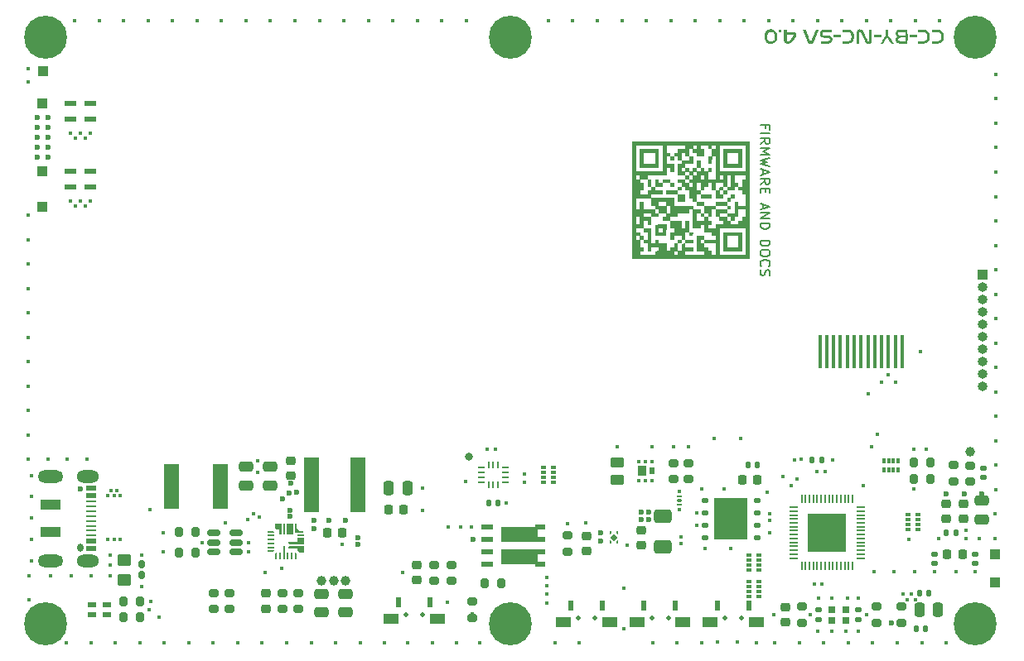
<source format=gbr>
%TF.GenerationSoftware,KiCad,Pcbnew,(5.99.0-11593-g5155093ec0)*%
%TF.CreationDate,2021-08-09T14:05:58+02:00*%
%TF.ProjectId,flatlight_rev21_eside,666c6174-6c69-4676-9874-5f7265763231,rev?*%
%TF.SameCoordinates,Original*%
%TF.FileFunction,Soldermask,Top*%
%TF.FilePolarity,Negative*%
%FSLAX46Y46*%
G04 Gerber Fmt 4.6, Leading zero omitted, Abs format (unit mm)*
G04 Created by KiCad (PCBNEW (5.99.0-11593-g5155093ec0)) date 2021-08-09 14:05:58*
%MOMM*%
%LPD*%
G01*
G04 APERTURE LIST*
G04 Aperture macros list*
%AMRoundRect*
0 Rectangle with rounded corners*
0 $1 Rounding radius*
0 $2 $3 $4 $5 $6 $7 $8 $9 X,Y pos of 4 corners*
0 Add a 4 corners polygon primitive as box body*
4,1,4,$2,$3,$4,$5,$6,$7,$8,$9,$2,$3,0*
0 Add four circle primitives for the rounded corners*
1,1,$1+$1,$2,$3*
1,1,$1+$1,$4,$5*
1,1,$1+$1,$6,$7*
1,1,$1+$1,$8,$9*
0 Add four rect primitives between the rounded corners*
20,1,$1+$1,$2,$3,$4,$5,0*
20,1,$1+$1,$4,$5,$6,$7,0*
20,1,$1+$1,$6,$7,$8,$9,0*
20,1,$1+$1,$8,$9,$2,$3,0*%
%AMRotRect*
0 Rectangle, with rotation*
0 The origin of the aperture is its center*
0 $1 length*
0 $2 width*
0 $3 Rotation angle, in degrees counterclockwise*
0 Add horizontal line*
21,1,$1,$2,0,0,$3*%
%AMFreePoly0*
4,1,6,0.100000,-0.050000,-0.100000,-0.050000,-0.100000,0.475000,0.000000,0.575000,0.100000,0.575000,0.100000,-0.050000,0.100000,-0.050000,$1*%
%AMFreePoly1*
4,1,7,0.100000,0.575000,0.100000,-0.050000,-0.100000,-0.050000,-0.100000,0.575000,-0.050000,0.625000,0.050000,0.625000,0.100000,0.575000,0.100000,0.575000,$1*%
%AMFreePoly2*
4,1,6,0.100000,0.475000,0.100000,-0.050000,-0.100000,-0.050000,-0.100000,0.575000,0.000000,0.575000,0.100000,0.475000,0.100000,0.475000,$1*%
%AMFreePoly3*
4,1,7,0.100000,1.200000,0.100000,-0.075000,-0.100000,-0.075000,-0.100000,1.200000,-0.050000,1.250000,0.050000,1.250000,0.100000,1.200000,0.100000,1.200000,$1*%
%AMFreePoly4*
4,1,10,0.050000,-0.300000,-0.450000,-0.300000,-0.600000,-0.150000,-0.600000,0.050000,-1.475000,0.050000,-1.525000,0.100000,-1.525000,0.250000,-1.475000,0.300000,0.050000,0.300000,0.050000,-0.300000,0.050000,-0.300000,$1*%
%AMFreePoly5*
4,1,9,0.050000,-0.300000,-1.475000,-0.300000,-1.525000,-0.250000,-1.525000,-0.100000,-1.475000,-0.050000,-0.600000,-0.050000,-0.600000,0.300000,0.050000,0.300000,0.050000,-0.300000,0.050000,-0.300000,$1*%
%AMFreePoly6*
4,1,7,0.050000,-0.100000,-0.575000,-0.100000,-0.625000,-0.050000,-0.625000,0.050000,-0.575000,0.100000,0.050000,0.100000,0.050000,-0.100000,0.050000,-0.100000,$1*%
%AMFreePoly7*
4,1,9,0.100000,-0.400000,0.350000,-0.650000,0.800000,-0.650000,0.800000,-0.850000,-0.050000,-0.850000,-0.100000,-0.800000,-0.100000,0.050000,0.100000,0.050000,0.100000,-0.400000,0.100000,-0.400000,$1*%
%AMFreePoly8*
4,1,7,0.300000,-1.000000,0.250000,-1.050000,-0.250000,-1.050000,-0.300000,-1.000000,-0.300000,0.050000,0.300000,0.050000,0.300000,-1.000000,0.300000,-1.000000,$1*%
%AMFreePoly9*
4,1,7,0.100000,-1.000000,0.050000,-1.050000,-0.050000,-1.050000,-0.100000,-1.000000,-0.100000,0.050000,0.100000,0.050000,0.100000,-1.000000,0.100000,-1.000000,$1*%
%AMFreePoly10*
4,1,10,0.300000,-1.000000,0.250000,-1.050000,0.100000,-1.050000,0.050000,-1.000000,0.050000,-0.550000,-0.200000,-0.550000,-0.300000,-0.450000,-0.300000,0.050000,0.300000,0.050000,0.300000,-1.000000,0.300000,-1.000000,$1*%
%AMFreePoly11*
4,1,5,0.110000,-0.125000,-0.110000,-0.125000,-0.110000,0.125000,0.360000,0.125000,0.110000,-0.125000,0.110000,-0.125000,$1*%
%AMFreePoly12*
4,1,6,0.290000,-0.055000,0.290000,-0.125000,-0.110000,-0.125000,-0.110000,0.125000,0.110000,0.125000,0.290000,-0.055000,0.290000,-0.055000,$1*%
%AMFreePoly13*
4,1,6,0.110000,-0.125000,-0.290000,-0.125000,-0.290000,-0.055000,-0.110000,0.125000,0.110000,0.125000,0.110000,-0.125000,0.110000,-0.125000,$1*%
%AMFreePoly14*
4,1,6,0.110000,-0.125000,-0.110000,-0.125000,-0.290000,0.055000,-0.290000,0.125000,0.110000,0.125000,0.110000,-0.125000,0.110000,-0.125000,$1*%
G04 Aperture macros list end*
%ADD10C,0.150000*%
%ADD11RoundRect,0.200000X-0.200000X-0.275000X0.200000X-0.275000X0.200000X0.275000X-0.200000X0.275000X0*%
%ADD12RoundRect,0.140000X-0.140000X-0.170000X0.140000X-0.170000X0.140000X0.170000X-0.140000X0.170000X0*%
%ADD13C,0.700000*%
%ADD14C,4.400000*%
%ADD15RoundRect,0.225000X-0.250000X0.225000X-0.250000X-0.225000X0.250000X-0.225000X0.250000X0.225000X0*%
%ADD16R,0.500000X0.300000*%
%ADD17RoundRect,0.140000X-0.170000X0.140000X-0.170000X-0.140000X0.170000X-0.140000X0.170000X0.140000X0*%
%ADD18RoundRect,0.200000X-0.275000X0.200000X-0.275000X-0.200000X0.275000X-0.200000X0.275000X0.200000X0*%
%ADD19FreePoly0,270.000000*%
%ADD20FreePoly1,270.000000*%
%ADD21FreePoly2,270.000000*%
%ADD22FreePoly0,0.000000*%
%ADD23FreePoly1,0.000000*%
%ADD24FreePoly3,0.000000*%
%ADD25FreePoly2,0.000000*%
%ADD26FreePoly4,0.000000*%
%ADD27R,0.100000X0.100000*%
%ADD28FreePoly5,0.000000*%
%ADD29FreePoly6,0.000000*%
%ADD30FreePoly7,0.000000*%
%ADD31FreePoly8,0.000000*%
%ADD32FreePoly9,0.000000*%
%ADD33FreePoly10,0.000000*%
%ADD34R,1.000000X1.000000*%
%ADD35O,1.000000X1.000000*%
%ADD36RoundRect,0.225000X0.250000X-0.225000X0.250000X0.225000X-0.250000X0.225000X-0.250000X-0.225000X0*%
%ADD37C,0.600000*%
%ADD38O,0.600000X0.850000*%
%ADD39R,2.000000X1.000000*%
%ADD40R,1.000000X0.520000*%
%ADD41R,1.000000X0.270000*%
%ADD42O,2.300000X1.300000*%
%ADD43O,2.600000X1.300000*%
%ADD44RoundRect,0.250000X0.450000X-0.350000X0.450000X0.350000X-0.450000X0.350000X-0.450000X-0.350000X0*%
%ADD45C,0.500000*%
%ADD46R,0.600000X1.000000*%
%ADD47R,1.550000X1.000000*%
%ADD48RoundRect,0.250000X0.250000X0.475000X-0.250000X0.475000X-0.250000X-0.475000X0.250000X-0.475000X0*%
%ADD49RoundRect,0.250000X0.650000X-0.412500X0.650000X0.412500X-0.650000X0.412500X-0.650000X-0.412500X0*%
%ADD50RoundRect,0.140000X0.140000X0.170000X-0.140000X0.170000X-0.140000X-0.170000X0.140000X-0.170000X0*%
%ADD51RoundRect,0.200000X0.275000X-0.200000X0.275000X0.200000X-0.275000X0.200000X-0.275000X-0.200000X0*%
%ADD52RoundRect,0.250000X0.475000X-0.250000X0.475000X0.250000X-0.475000X0.250000X-0.475000X-0.250000X0*%
%ADD53RoundRect,0.200000X0.200000X0.275000X-0.200000X0.275000X-0.200000X-0.275000X0.200000X-0.275000X0*%
%ADD54RoundRect,0.140000X0.170000X-0.140000X0.170000X0.140000X-0.170000X0.140000X-0.170000X-0.140000X0*%
%ADD55RoundRect,0.250000X-0.450000X0.262500X-0.450000X-0.262500X0.450000X-0.262500X0.450000X0.262500X0*%
%ADD56R,1.200000X0.600000*%
%ADD57R,0.300000X0.500000*%
%ADD58RoundRect,0.218750X-0.256250X0.218750X-0.256250X-0.218750X0.256250X-0.218750X0.256250X0.218750X0*%
%ADD59RoundRect,0.050000X-0.200000X0.050000X-0.200000X-0.050000X0.200000X-0.050000X0.200000X0.050000X0*%
%ADD60RoundRect,0.075000X0.175000X-0.075000X0.175000X0.075000X-0.175000X0.075000X-0.175000X-0.075000X0*%
%ADD61RoundRect,0.050000X-0.200000X-0.050000X0.200000X-0.050000X0.200000X0.050000X-0.200000X0.050000X0*%
%ADD62R,1.600000X5.700000*%
%ADD63RoundRect,0.225000X-0.225000X-0.250000X0.225000X-0.250000X0.225000X0.250000X-0.225000X0.250000X0*%
%ADD64R,1.500000X4.600000*%
%ADD65FreePoly11,270.000000*%
%ADD66FreePoly12,270.000000*%
%ADD67FreePoly13,270.000000*%
%ADD68FreePoly14,270.000000*%
%ADD69RotRect,0.480000X0.480000X315.000000*%
%ADD70R,0.350000X3.500000*%
%ADD71R,0.400000X0.425000*%
%ADD72R,0.950000X1.100000*%
%ADD73R,0.480000X0.800000*%
%ADD74R,0.675000X0.250000*%
%ADD75R,0.250000X0.675000*%
%ADD76RoundRect,0.125000X-0.250000X-0.125000X0.250000X-0.125000X0.250000X0.125000X-0.250000X0.125000X0*%
%ADD77R,3.400000X4.300000*%
%ADD78RoundRect,0.150000X-0.512500X-0.150000X0.512500X-0.150000X0.512500X0.150000X-0.512500X0.150000X0*%
%ADD79RoundRect,0.218750X0.218750X0.256250X-0.218750X0.256250X-0.218750X-0.256250X0.218750X-0.256250X0*%
%ADD80R,1.270000X0.610000*%
%ADD81R,3.810000X1.650000*%
%ADD82R,1.020000X0.610000*%
%ADD83RoundRect,0.225000X0.225000X0.250000X-0.225000X0.250000X-0.225000X-0.250000X0.225000X-0.250000X0*%
%ADD84R,0.850000X0.500000*%
%ADD85RoundRect,0.050000X0.387500X0.050000X-0.387500X0.050000X-0.387500X-0.050000X0.387500X-0.050000X0*%
%ADD86RoundRect,0.050000X0.050000X0.387500X-0.050000X0.387500X-0.050000X-0.387500X0.050000X-0.387500X0*%
%ADD87R,4.000000X4.000000*%
%ADD88R,0.800000X0.700000*%
%ADD89RoundRect,0.160000X0.160000X-0.222500X0.160000X0.222500X-0.160000X0.222500X-0.160000X-0.222500X0*%
%ADD90C,1.000000*%
%ADD91C,0.450000*%
%ADD92C,0.800000*%
G04 APERTURE END LIST*
D10*
X116221428Y-38616666D02*
X116221428Y-38283333D01*
X115697619Y-38283333D02*
X116697619Y-38283333D01*
X116697619Y-38759523D01*
X115697619Y-39140476D02*
X116697619Y-39140476D01*
X115697619Y-40188095D02*
X116173809Y-39854761D01*
X115697619Y-39616666D02*
X116697619Y-39616666D01*
X116697619Y-39997619D01*
X116650000Y-40092857D01*
X116602380Y-40140476D01*
X116507142Y-40188095D01*
X116364285Y-40188095D01*
X116269047Y-40140476D01*
X116221428Y-40092857D01*
X116173809Y-39997619D01*
X116173809Y-39616666D01*
X115697619Y-40616666D02*
X116697619Y-40616666D01*
X115983333Y-40950000D01*
X116697619Y-41283333D01*
X115697619Y-41283333D01*
X116697619Y-41664285D02*
X115697619Y-41902380D01*
X116411904Y-42092857D01*
X115697619Y-42283333D01*
X116697619Y-42521428D01*
X115983333Y-42854761D02*
X115983333Y-43330952D01*
X115697619Y-42759523D02*
X116697619Y-43092857D01*
X115697619Y-43426190D01*
X115697619Y-44330952D02*
X116173809Y-43997619D01*
X115697619Y-43759523D02*
X116697619Y-43759523D01*
X116697619Y-44140476D01*
X116650000Y-44235714D01*
X116602380Y-44283333D01*
X116507142Y-44330952D01*
X116364285Y-44330952D01*
X116269047Y-44283333D01*
X116221428Y-44235714D01*
X116173809Y-44140476D01*
X116173809Y-43759523D01*
X116221428Y-44759523D02*
X116221428Y-45092857D01*
X115697619Y-45235714D02*
X115697619Y-44759523D01*
X116697619Y-44759523D01*
X116697619Y-45235714D01*
X115983333Y-46378571D02*
X115983333Y-46854761D01*
X115697619Y-46283333D02*
X116697619Y-46616666D01*
X115697619Y-46950000D01*
X115697619Y-47283333D02*
X116697619Y-47283333D01*
X115697619Y-47854761D01*
X116697619Y-47854761D01*
X115697619Y-48330952D02*
X116697619Y-48330952D01*
X116697619Y-48569047D01*
X116650000Y-48711904D01*
X116554761Y-48807142D01*
X116459523Y-48854761D01*
X116269047Y-48902380D01*
X116126190Y-48902380D01*
X115935714Y-48854761D01*
X115840476Y-48807142D01*
X115745238Y-48711904D01*
X115697619Y-48569047D01*
X115697619Y-48330952D01*
X115697619Y-50092857D02*
X116697619Y-50092857D01*
X116697619Y-50330952D01*
X116650000Y-50473809D01*
X116554761Y-50569047D01*
X116459523Y-50616666D01*
X116269047Y-50664285D01*
X116126190Y-50664285D01*
X115935714Y-50616666D01*
X115840476Y-50569047D01*
X115745238Y-50473809D01*
X115697619Y-50330952D01*
X115697619Y-50092857D01*
X116697619Y-51283333D02*
X116697619Y-51473809D01*
X116650000Y-51569047D01*
X116554761Y-51664285D01*
X116364285Y-51711904D01*
X116030952Y-51711904D01*
X115840476Y-51664285D01*
X115745238Y-51569047D01*
X115697619Y-51473809D01*
X115697619Y-51283333D01*
X115745238Y-51188095D01*
X115840476Y-51092857D01*
X116030952Y-51045238D01*
X116364285Y-51045238D01*
X116554761Y-51092857D01*
X116650000Y-51188095D01*
X116697619Y-51283333D01*
X115792857Y-52711904D02*
X115745238Y-52664285D01*
X115697619Y-52521428D01*
X115697619Y-52426190D01*
X115745238Y-52283333D01*
X115840476Y-52188095D01*
X115935714Y-52140476D01*
X116126190Y-52092857D01*
X116269047Y-52092857D01*
X116459523Y-52140476D01*
X116554761Y-52188095D01*
X116650000Y-52283333D01*
X116697619Y-52426190D01*
X116697619Y-52521428D01*
X116650000Y-52664285D01*
X116602380Y-52711904D01*
X115745238Y-53092857D02*
X115697619Y-53235714D01*
X115697619Y-53473809D01*
X115745238Y-53569047D01*
X115792857Y-53616666D01*
X115888095Y-53664285D01*
X115983333Y-53664285D01*
X116078571Y-53616666D01*
X116126190Y-53569047D01*
X116173809Y-53473809D01*
X116221428Y-53283333D01*
X116269047Y-53188095D01*
X116316666Y-53140476D01*
X116411904Y-53092857D01*
X116507142Y-53092857D01*
X116602380Y-53140476D01*
X116650000Y-53188095D01*
X116697619Y-53283333D01*
X116697619Y-53521428D01*
X116650000Y-53664285D01*
%TO.C,logo1*%
G36*
X114645162Y-51966347D02*
G01*
X102633653Y-51966347D01*
X102633653Y-50038574D01*
X103417473Y-50038574D01*
X103417473Y-50801209D01*
X103798791Y-50801209D01*
X103798791Y-51203712D01*
X103417473Y-51203712D01*
X103417473Y-51563845D01*
X104941094Y-51563845D01*
X104952986Y-51203712D01*
X106891701Y-51203712D01*
X106891701Y-51563845D01*
X107273019Y-51563845D01*
X107273019Y-51203712D01*
X106891701Y-51203712D01*
X104952986Y-51203712D01*
X104953336Y-51193119D01*
X105345246Y-51180937D01*
X105345246Y-50801209D01*
X104584200Y-50801209D01*
X104572018Y-51193119D01*
X104180108Y-51205301D01*
X104180108Y-50419892D01*
X103798791Y-50419892D01*
X103798791Y-50038574D01*
X103417473Y-50038574D01*
X102633653Y-50038574D01*
X102633653Y-49657256D01*
X103036155Y-49657256D01*
X103036155Y-50017390D01*
X103396288Y-50017390D01*
X103396288Y-49657256D01*
X103036155Y-49657256D01*
X102633653Y-49657256D01*
X102633653Y-48873436D01*
X103036155Y-48873436D01*
X103036155Y-49254754D01*
X103417473Y-49254754D01*
X103417473Y-49636072D01*
X103798791Y-49636072D01*
X103798791Y-50017390D01*
X104180108Y-50017390D01*
X104180108Y-49254754D01*
X103798791Y-49254754D01*
X103798791Y-48873436D01*
X103036155Y-48873436D01*
X102633653Y-48873436D01*
X102633653Y-47708299D01*
X103036155Y-47708299D01*
X103036155Y-48470934D01*
X103396288Y-48470934D01*
X103396288Y-48089616D01*
X103798791Y-48089616D01*
X103798791Y-48851296D01*
X104185404Y-48857070D01*
X104572018Y-48862844D01*
X104583132Y-50419892D01*
X104941154Y-50419892D01*
X104953336Y-50027982D01*
X105345246Y-50015800D01*
X105345246Y-50419892D01*
X106129066Y-50419892D01*
X106129066Y-51182527D01*
X106510384Y-51182527D01*
X106510384Y-50801209D01*
X106891701Y-50801209D01*
X106891701Y-50419892D01*
X107273019Y-50419892D01*
X107294203Y-50419892D01*
X107294203Y-51182527D01*
X107653359Y-51182527D01*
X107659144Y-50806506D01*
X107664929Y-50430484D01*
X108056839Y-50418302D01*
X108056839Y-50038574D01*
X107675521Y-50038574D01*
X107675521Y-50419892D01*
X107294203Y-50419892D01*
X107273019Y-50419892D01*
X107273019Y-50017390D01*
X107654337Y-50017390D01*
X107654337Y-49657256D01*
X106891701Y-49657256D01*
X106891701Y-50038574D01*
X106510384Y-50038574D01*
X106510384Y-49254754D01*
X106891701Y-49254754D01*
X106891701Y-48873436D01*
X106510384Y-48873436D01*
X106510384Y-48089616D01*
X105726564Y-48089616D01*
X105726564Y-47708299D01*
X106107881Y-47708299D01*
X106510384Y-47708299D01*
X106510384Y-48089616D01*
X107675521Y-48089616D01*
X107675521Y-48852252D01*
X108056839Y-48852252D01*
X108056839Y-48089616D01*
X108459341Y-48089616D01*
X108459341Y-49254754D01*
X108842249Y-49254754D01*
X108830067Y-49646664D01*
X108448749Y-49646664D01*
X108436567Y-49254754D01*
X108056839Y-49254754D01*
X108056839Y-50017390D01*
X108840659Y-50017390D01*
X108840659Y-50419892D01*
X108056839Y-50419892D01*
X108056839Y-50801209D01*
X108840659Y-50801209D01*
X108840659Y-51203712D01*
X108056839Y-51203712D01*
X108056839Y-51563845D01*
X109984612Y-51563845D01*
X109984612Y-51203712D01*
X109221977Y-51203712D01*
X109221977Y-50038574D01*
X109624479Y-50038574D01*
X109624479Y-50419892D01*
X109984612Y-50419892D01*
X110005796Y-50419892D01*
X110005796Y-50801209D01*
X110387114Y-50801209D01*
X110387114Y-51182527D01*
X110768432Y-51182527D01*
X110768432Y-51563845D01*
X111149750Y-51563845D01*
X111149750Y-50419892D01*
X110005796Y-50419892D01*
X109984612Y-50419892D01*
X109984612Y-50038574D01*
X109624479Y-50038574D01*
X109221977Y-50038574D01*
X109221977Y-49636072D01*
X110005796Y-49636072D01*
X110005796Y-50017390D01*
X111149750Y-50017390D01*
X111149750Y-49657256D01*
X110768432Y-49657256D01*
X110768432Y-49254754D01*
X109984612Y-49254754D01*
X109984612Y-48873436D01*
X111552252Y-48873436D01*
X111552252Y-51563845D01*
X114242660Y-51563845D01*
X114242660Y-48873436D01*
X111552252Y-48873436D01*
X109984612Y-48873436D01*
X109984612Y-48492119D01*
X109626128Y-48492119D01*
X109620007Y-48677481D01*
X109613886Y-48862844D01*
X109216680Y-48868608D01*
X108819474Y-48874371D01*
X108819474Y-47326981D01*
X109221977Y-47326981D01*
X109221977Y-48089616D01*
X109984612Y-48089616D01*
X109984612Y-47708299D01*
X109603294Y-47708299D01*
X109603294Y-47326981D01*
X110005796Y-47326981D01*
X110005796Y-47709948D01*
X110055733Y-47708299D01*
X110387114Y-47708299D01*
X110387114Y-48089616D01*
X110768432Y-48089616D01*
X110768432Y-48492119D01*
X110387114Y-48492119D01*
X110387114Y-48852252D01*
X111149750Y-48852252D01*
X111149750Y-48470934D01*
X111933570Y-48470934D01*
X111933570Y-48089616D01*
X111531067Y-48089616D01*
X111531067Y-47708299D01*
X111149750Y-47708299D01*
X111149750Y-47326981D01*
X111552252Y-47326981D01*
X111552252Y-47708299D01*
X112314887Y-47708299D01*
X112336072Y-47708299D01*
X112336072Y-48089616D01*
X112696205Y-48089616D01*
X112717389Y-48089616D01*
X112717389Y-48470934D01*
X113480025Y-48470934D01*
X113480025Y-48089616D01*
X113861343Y-48089616D01*
X113861343Y-47708299D01*
X114242660Y-47708299D01*
X114242660Y-46945663D01*
X113480025Y-46945663D01*
X113480025Y-47708299D01*
X113098707Y-47708299D01*
X113098707Y-48089616D01*
X112717389Y-48089616D01*
X112696205Y-48089616D01*
X112696205Y-47708299D01*
X112336072Y-47708299D01*
X112314887Y-47708299D01*
X112314887Y-47326981D01*
X111552252Y-47326981D01*
X111149750Y-47326981D01*
X111149750Y-46945663D01*
X110768432Y-46945663D01*
X110768432Y-47708299D01*
X110387114Y-47708299D01*
X110055733Y-47708299D01*
X110191159Y-47703827D01*
X110376522Y-47697707D01*
X110388764Y-47326981D01*
X110005796Y-47326981D01*
X109603294Y-47326981D01*
X109221977Y-47326981D01*
X108819474Y-47326981D01*
X108819474Y-46945663D01*
X108460991Y-46945663D01*
X108448749Y-47316389D01*
X107871476Y-47322025D01*
X107294203Y-47327662D01*
X107294203Y-47708299D01*
X106510384Y-47708299D01*
X106107881Y-47708299D01*
X106107881Y-47326981D01*
X105345246Y-47326981D01*
X105345246Y-47708299D01*
X104583566Y-47708299D01*
X104577792Y-48094913D01*
X104572018Y-48481526D01*
X104180108Y-48493708D01*
X104180108Y-48089616D01*
X103798791Y-48089616D01*
X103396288Y-48089616D01*
X103396288Y-47708299D01*
X103036155Y-47708299D01*
X102633653Y-47708299D01*
X102633653Y-47326981D01*
X103798791Y-47326981D01*
X103798791Y-47708299D01*
X104561426Y-47708299D01*
X104561426Y-47326981D01*
X103798791Y-47326981D01*
X102633653Y-47326981D01*
X102633653Y-46935071D01*
X104963831Y-46935071D01*
X104963879Y-47120434D01*
X104963928Y-47305797D01*
X105345246Y-47305797D01*
X105345246Y-46948670D01*
X105154538Y-46941871D01*
X104963831Y-46935071D01*
X102633653Y-46935071D01*
X102633653Y-45780526D01*
X103036155Y-45780526D01*
X103036155Y-46924479D01*
X103395333Y-46924479D01*
X103396288Y-46860534D01*
X103406881Y-46151251D01*
X103798791Y-46139069D01*
X103798791Y-46924479D01*
X104942744Y-46924479D01*
X104942744Y-46543161D01*
X104561426Y-46543161D01*
X104561426Y-46161843D01*
X105345246Y-46161843D01*
X105345246Y-46543161D01*
X106107881Y-46543161D01*
X106129066Y-46543161D01*
X106129066Y-47305797D01*
X106510384Y-47305797D01*
X106510384Y-46543161D01*
X106129066Y-46543161D01*
X106107881Y-46543161D01*
X106107881Y-46161843D01*
X105345246Y-46161843D01*
X104561426Y-46161843D01*
X104561426Y-45780526D01*
X103036155Y-45780526D01*
X102633653Y-45780526D01*
X102633653Y-43450250D01*
X103036155Y-43450250D01*
X103036155Y-43831568D01*
X103396288Y-43831568D01*
X103417473Y-43831568D01*
X103417473Y-44212886D01*
X103798791Y-44212886D01*
X103798791Y-44996706D01*
X103417473Y-44996706D01*
X103417473Y-45378023D01*
X104178518Y-45378023D01*
X104184609Y-45182069D01*
X104190700Y-44986114D01*
X104561426Y-44973872D01*
X104561426Y-44615388D01*
X104180108Y-44615388D01*
X104180108Y-43831568D01*
X103417473Y-43831568D01*
X103396288Y-43831568D01*
X103396288Y-43450250D01*
X104178459Y-43450250D01*
X104180108Y-43500187D01*
X104184580Y-43635613D01*
X104190700Y-43820976D01*
X104582610Y-43833158D01*
X104582610Y-44594204D01*
X104942744Y-44594204D01*
X104942744Y-43831568D01*
X105345246Y-43831568D01*
X105345246Y-44212886D01*
X105726564Y-44212886D01*
X105726564Y-43831568D01*
X106510384Y-43831568D01*
X106510384Y-44212886D01*
X106891701Y-44212886D01*
X106891701Y-44615388D01*
X106511973Y-44615388D01*
X106499791Y-44223478D01*
X106124571Y-44217696D01*
X105749351Y-44211915D01*
X105743253Y-44408355D01*
X105737156Y-44604796D01*
X104963928Y-44616344D01*
X104963915Y-44801229D01*
X104963901Y-44986114D01*
X105737156Y-44986114D01*
X105743247Y-45182069D01*
X105749338Y-45378023D01*
X104582610Y-45378023D01*
X104582610Y-45759341D01*
X106890746Y-45759341D01*
X106896519Y-46145955D01*
X106902293Y-46532569D01*
X108819474Y-46543469D01*
X108840659Y-46543589D01*
X108840659Y-46923523D01*
X109227273Y-46929297D01*
X109603294Y-46934913D01*
X109613886Y-46935071D01*
X109626128Y-47305797D01*
X109984612Y-47305797D01*
X109984612Y-46543161D01*
X109221977Y-46543161D01*
X109221977Y-46161843D01*
X108819474Y-46161843D01*
X108819474Y-45780526D01*
X108438157Y-45780526D01*
X108438157Y-44996706D01*
X108056839Y-44996706D01*
X108056839Y-44615388D01*
X107675521Y-44615388D01*
X107675521Y-44996706D01*
X107294203Y-44996706D01*
X107294203Y-45378023D01*
X108056839Y-45378023D01*
X108056839Y-46161843D01*
X107273019Y-46161843D01*
X107273019Y-45378023D01*
X106106292Y-45378023D01*
X106112383Y-45182069D01*
X106118474Y-44986114D01*
X106695746Y-44980477D01*
X107273019Y-44974840D01*
X107273019Y-44594204D01*
X107654337Y-44594204D01*
X107654337Y-44212886D01*
X107273019Y-44212886D01*
X107273019Y-43831568D01*
X108056839Y-43831568D01*
X108056839Y-44212886D01*
X108438157Y-44212886D01*
X108459341Y-44212886D01*
X108459341Y-44594204D01*
X108819474Y-44594204D01*
X108819474Y-44212886D01*
X109221977Y-44212886D01*
X109221977Y-44975521D01*
X109397806Y-44975521D01*
X109496009Y-44978719D01*
X109565636Y-44987727D01*
X109599057Y-45000943D01*
X109612793Y-45036797D01*
X109621557Y-45107867D01*
X109624479Y-45202194D01*
X109624479Y-45378023D01*
X110768432Y-45378023D01*
X110768432Y-45780526D01*
X109603294Y-45780526D01*
X109603294Y-45378023D01*
X109221977Y-45378023D01*
X109221977Y-46139703D01*
X109608590Y-46145477D01*
X109995204Y-46151251D01*
X110005796Y-46492009D01*
X110007386Y-46543161D01*
X111149750Y-46543161D01*
X111170934Y-46543161D01*
X111170934Y-46924479D01*
X112314887Y-46924479D01*
X112314887Y-46543161D01*
X111170934Y-46543161D01*
X111149750Y-46543161D01*
X111149750Y-46140659D01*
X112314887Y-46140659D01*
X112314887Y-45759341D01*
X112696205Y-45759341D01*
X112696205Y-45378023D01*
X113098707Y-45378023D01*
X113098707Y-45780526D01*
X112717389Y-45780526D01*
X112717389Y-46161843D01*
X112336072Y-46161843D01*
X112336072Y-46543161D01*
X112718979Y-46543161D01*
X112706797Y-46935071D01*
X112521434Y-46941192D01*
X112336072Y-46947313D01*
X112336072Y-47305797D01*
X113098707Y-47305797D01*
X113098707Y-46140659D01*
X113480025Y-46140659D01*
X113480025Y-46543161D01*
X114242660Y-46543161D01*
X114242660Y-45378023D01*
X113861343Y-45378023D01*
X113861343Y-44996706D01*
X113480025Y-44996706D01*
X113480025Y-44615388D01*
X113098707Y-44615388D01*
X113098707Y-44996706D01*
X112336072Y-44996706D01*
X112336072Y-45378023D01*
X111933570Y-45378023D01*
X111933570Y-45780526D01*
X111149750Y-45780526D01*
X111149750Y-44996706D01*
X111552252Y-44996706D01*
X111552252Y-45378023D01*
X111933570Y-45378023D01*
X111933570Y-44996706D01*
X111552252Y-44996706D01*
X111149750Y-44996706D01*
X110768432Y-44996706D01*
X110768432Y-44975521D01*
X111170934Y-44975521D01*
X111529418Y-44975521D01*
X111535539Y-44790159D01*
X111541310Y-44615388D01*
X111933570Y-44615388D01*
X111933570Y-44972515D01*
X112124277Y-44979314D01*
X112314985Y-44986114D01*
X112314887Y-44615388D01*
X111933570Y-44615388D01*
X111541310Y-44615388D01*
X111541660Y-44604796D01*
X111935196Y-44592592D01*
X111929086Y-44408035D01*
X111922977Y-44223478D01*
X111546956Y-44217693D01*
X111170934Y-44211908D01*
X111170934Y-44975521D01*
X110768432Y-44975521D01*
X110768432Y-44212886D01*
X110387114Y-44212886D01*
X110387114Y-44615388D01*
X110005796Y-44615388D01*
X110005796Y-44996706D01*
X109603294Y-44996706D01*
X109603294Y-44212886D01*
X109221977Y-44212886D01*
X108819474Y-44212886D01*
X108459341Y-44212886D01*
X108438157Y-44212886D01*
X108438157Y-43831568D01*
X108056839Y-43831568D01*
X108056839Y-43450250D01*
X108459341Y-43450250D01*
X108459341Y-43831568D01*
X108819474Y-43831568D01*
X108819474Y-43450250D01*
X109624479Y-43450250D01*
X109624479Y-43831568D01*
X109984612Y-43831568D01*
X109984612Y-43450250D01*
X109624479Y-43450250D01*
X108819474Y-43450250D01*
X108459341Y-43450250D01*
X108056839Y-43450250D01*
X107272349Y-43450250D01*
X107276002Y-43068933D01*
X108056839Y-43068933D01*
X108056839Y-43429066D01*
X108438157Y-43429066D01*
X108438157Y-43068933D01*
X108840659Y-43068933D01*
X108840659Y-43429066D01*
X109221977Y-43429066D01*
X109221977Y-43068933D01*
X108840659Y-43068933D01*
X108438157Y-43068933D01*
X108056839Y-43068933D01*
X107276002Y-43068933D01*
X107277980Y-42862385D01*
X107279857Y-42666430D01*
X107675521Y-42666430D01*
X107675521Y-43047748D01*
X108056839Y-43047748D01*
X108056839Y-42666430D01*
X108459341Y-42666430D01*
X108459341Y-43047748D01*
X108819474Y-43047748D01*
X108819474Y-42666430D01*
X109221977Y-42666430D01*
X109221977Y-43047748D01*
X109603294Y-43047748D01*
X109603294Y-42666430D01*
X109221977Y-42666430D01*
X109221977Y-41881021D01*
X109417931Y-41887112D01*
X109603294Y-41892874D01*
X109613886Y-41893203D01*
X109619660Y-42279817D01*
X109625434Y-42666430D01*
X110005796Y-42666430D01*
X110005796Y-43047748D01*
X110387114Y-43047748D01*
X110387114Y-42666430D01*
X110768432Y-42666430D01*
X110768432Y-43068933D01*
X110387114Y-43068933D01*
X110387114Y-43831568D01*
X111149750Y-43831568D01*
X111149750Y-43450250D01*
X111552252Y-43450250D01*
X111552252Y-43831568D01*
X111933570Y-43831568D01*
X111933570Y-43450250D01*
X112336072Y-43450250D01*
X112336072Y-44594204D01*
X112696205Y-44594204D01*
X112696205Y-43450250D01*
X113098707Y-43450250D01*
X113098707Y-44212886D01*
X113480025Y-44212886D01*
X113480025Y-44594204D01*
X113861343Y-44594204D01*
X113861343Y-43831568D01*
X114242660Y-43831568D01*
X114242660Y-43450250D01*
X113098707Y-43450250D01*
X112696205Y-43450250D01*
X112336072Y-43450250D01*
X111933570Y-43450250D01*
X111552252Y-43450250D01*
X111149750Y-43450250D01*
X111149750Y-41499643D01*
X110779024Y-41511885D01*
X110767476Y-42285113D01*
X110387114Y-42285113D01*
X110387114Y-41501293D01*
X110768432Y-41501293D01*
X110768432Y-40738657D01*
X110387114Y-40738657D01*
X110387114Y-40357340D01*
X110768432Y-40357340D01*
X110768432Y-40717473D01*
X111149750Y-40717473D01*
X111149750Y-40357340D01*
X111552252Y-40357340D01*
X111552252Y-43047748D01*
X114242660Y-43047748D01*
X114242660Y-40357340D01*
X111552252Y-40357340D01*
X111149750Y-40357340D01*
X110768432Y-40357340D01*
X110387114Y-40357340D01*
X109624479Y-40357340D01*
X109624479Y-40717473D01*
X110005796Y-40717473D01*
X110005796Y-41501293D01*
X109221977Y-41501293D01*
X109221977Y-41119975D01*
X108819474Y-41119975D01*
X108819474Y-40738657D01*
X108459341Y-40738657D01*
X108459341Y-41501293D01*
X108840659Y-41501293D01*
X108840659Y-42285113D01*
X108056839Y-42285113D01*
X108056839Y-42666430D01*
X107675521Y-42666430D01*
X107279857Y-42666430D01*
X107283611Y-42274521D01*
X107654337Y-42262279D01*
X107654337Y-41903795D01*
X107273019Y-41903795D01*
X107273019Y-41499643D01*
X106902293Y-41511885D01*
X106890111Y-41903795D01*
X106511973Y-41903795D01*
X106499791Y-41511885D01*
X106314429Y-41505764D01*
X106129066Y-41499643D01*
X106129066Y-42263928D01*
X106891701Y-42263928D01*
X106891701Y-43068933D01*
X106510384Y-43068933D01*
X106510384Y-42666430D01*
X106129066Y-42666430D01*
X106129066Y-43450250D01*
X104178459Y-43450250D01*
X103396288Y-43450250D01*
X103036155Y-43450250D01*
X102633653Y-43450250D01*
X102633653Y-40357340D01*
X103036155Y-40357340D01*
X103036155Y-43047748D01*
X105726564Y-43047748D01*
X105726564Y-40357340D01*
X106129066Y-40357340D01*
X106129066Y-41119975D01*
X106510384Y-41119975D01*
X106510384Y-41501293D01*
X106891701Y-41501293D01*
X106891701Y-41119975D01*
X107273019Y-41119975D01*
X107675521Y-41119975D01*
X107675521Y-41882611D01*
X108438157Y-41882611D01*
X108438157Y-41501293D01*
X108056839Y-41501293D01*
X108056839Y-41119975D01*
X107675521Y-41119975D01*
X107273019Y-41119975D01*
X107273019Y-40717473D01*
X108056839Y-40717473D01*
X108056839Y-40357340D01*
X108840659Y-40357340D01*
X108840659Y-40717473D01*
X109221977Y-40717473D01*
X109221977Y-40357340D01*
X108840659Y-40357340D01*
X108056839Y-40357340D01*
X106129066Y-40357340D01*
X105726564Y-40357340D01*
X103036155Y-40357340D01*
X102633653Y-40357340D01*
X102633653Y-39954838D01*
X114645162Y-39954838D01*
X114645162Y-51966347D01*
G37*
G36*
X105345246Y-42666430D02*
G01*
X103396288Y-42666430D01*
X103396288Y-41706075D01*
X103396591Y-41508316D01*
X103397456Y-41323674D01*
X103398821Y-41156443D01*
X103399273Y-41119975D01*
X103798791Y-41119975D01*
X103798791Y-42263928D01*
X104942744Y-42263928D01*
X104942744Y-41119975D01*
X103798791Y-41119975D01*
X103399273Y-41119975D01*
X103400625Y-41010919D01*
X103402805Y-40891397D01*
X103405299Y-40802172D01*
X103408045Y-40747541D01*
X103410411Y-40731596D01*
X103433863Y-40728692D01*
X103495388Y-40725990D01*
X103590691Y-40723550D01*
X103715477Y-40721437D01*
X103865449Y-40719711D01*
X104036314Y-40718436D01*
X104223775Y-40717673D01*
X104384890Y-40717473D01*
X105345246Y-40717473D01*
X105345246Y-42666430D01*
G37*
G36*
X113877445Y-50223937D02*
G01*
X113871935Y-51193119D01*
X112902752Y-51198629D01*
X111933570Y-51204139D01*
X111933570Y-49657256D01*
X112336072Y-49657256D01*
X112336072Y-50801209D01*
X113480025Y-50801209D01*
X113480025Y-49657256D01*
X112336072Y-49657256D01*
X111933570Y-49657256D01*
X111933570Y-49254754D01*
X113882954Y-49254754D01*
X113877445Y-50223937D01*
G37*
G36*
X112902752Y-40722555D02*
G01*
X113480025Y-40725837D01*
X113871935Y-40728065D01*
X113877445Y-41697248D01*
X113882954Y-42666430D01*
X111933570Y-42666430D01*
X111933570Y-41119975D01*
X112336072Y-41119975D01*
X112336072Y-42263928D01*
X113480025Y-42263928D01*
X113480025Y-41119975D01*
X112336072Y-41119975D01*
X111933570Y-41119975D01*
X111933570Y-40717046D01*
X112902752Y-40722555D01*
G37*
G36*
X106118474Y-49646664D02*
G01*
X104953336Y-49646664D01*
X104947706Y-49073255D01*
X104946735Y-48921445D01*
X104946774Y-48873436D01*
X105345246Y-48873436D01*
X105345246Y-49254754D01*
X105726564Y-49254754D01*
X105726564Y-48873436D01*
X105345246Y-48873436D01*
X104946774Y-48873436D01*
X104946846Y-48783663D01*
X104947955Y-48665544D01*
X104949977Y-48572724D01*
X104952827Y-48510838D01*
X104956421Y-48485520D01*
X104956533Y-48485391D01*
X104980720Y-48481595D01*
X105041669Y-48478172D01*
X105133776Y-48475258D01*
X105251436Y-48472990D01*
X105389044Y-48471504D01*
X105540995Y-48470936D01*
X105550363Y-48470934D01*
X106129736Y-48470934D01*
X106118474Y-49646664D01*
G37*
%TO.C,G\u002A\u002A\u002A*%
G36*
X131735532Y-29288079D02*
G01*
X130972897Y-29288079D01*
X130972897Y-29076059D01*
X131735532Y-29076059D01*
X131735532Y-29288079D01*
G37*
G36*
X117859802Y-28800433D02*
G01*
X117605590Y-28800433D01*
X117605590Y-28503605D01*
X117859802Y-28503605D01*
X117859802Y-28800433D01*
G37*
G36*
X132185699Y-28504297D02*
G01*
X132327921Y-28505588D01*
X132435911Y-28509266D01*
X132517770Y-28516022D01*
X132581602Y-28526542D01*
X132635508Y-28541516D01*
X132639415Y-28542851D01*
X132771124Y-28603500D01*
X132871264Y-28686168D01*
X132947851Y-28797747D01*
X132957194Y-28816158D01*
X132984588Y-28876828D01*
X133002801Y-28933294D01*
X133014138Y-28997791D01*
X133020900Y-29082556D01*
X133024600Y-29174338D01*
X133021202Y-29367317D01*
X132996292Y-29526657D01*
X132948169Y-29656204D01*
X132875130Y-29759802D01*
X132775473Y-29841298D01*
X132714234Y-29875401D01*
X132668958Y-29896777D01*
X132627926Y-29912454D01*
X132583333Y-29923474D01*
X132527378Y-29930880D01*
X132452257Y-29935714D01*
X132350169Y-29939019D01*
X132217475Y-29941758D01*
X131841454Y-29948775D01*
X131841454Y-29690917D01*
X132143330Y-29690799D01*
X132307019Y-29688568D01*
X132434442Y-29680669D01*
X132531545Y-29665073D01*
X132604275Y-29639753D01*
X132658578Y-29602682D01*
X132700401Y-29551833D01*
X132733722Y-29489498D01*
X132755814Y-29414092D01*
X132769329Y-29312381D01*
X132773782Y-29199682D01*
X132768693Y-29091312D01*
X132753577Y-29002589D01*
X132749497Y-28989114D01*
X132695913Y-28889113D01*
X132614254Y-28815050D01*
X132542321Y-28782271D01*
X132491612Y-28773431D01*
X132408674Y-28766049D01*
X132303639Y-28760756D01*
X132186638Y-28758179D01*
X132151465Y-28758029D01*
X131841454Y-28758029D01*
X131841454Y-28503605D01*
X132185699Y-28504297D01*
G37*
G36*
X128070645Y-29288079D02*
G01*
X127308009Y-29288079D01*
X127308009Y-29076059D01*
X128070645Y-29076059D01*
X128070645Y-29288079D01*
G37*
G36*
X119376808Y-29169379D02*
G01*
X119334685Y-29242663D01*
X119270754Y-29332319D01*
X119182613Y-29443505D01*
X119084103Y-29562078D01*
X118984175Y-29680748D01*
X118905778Y-29771120D01*
X118842817Y-29837044D01*
X118789197Y-29882372D01*
X118738823Y-29910956D01*
X118685601Y-29926647D01*
X118623435Y-29933296D01*
X118546232Y-29934755D01*
X118494367Y-29934740D01*
X118404761Y-29934251D01*
X118331511Y-29930195D01*
X118272967Y-29918689D01*
X118227475Y-29895850D01*
X118193384Y-29857797D01*
X118169040Y-29800645D01*
X118152792Y-29720513D01*
X118142986Y-29613518D01*
X118137971Y-29475777D01*
X118136095Y-29303406D01*
X118135704Y-29092525D01*
X118135704Y-29091961D01*
X118135636Y-29012453D01*
X118409519Y-29012453D01*
X118415353Y-29346385D01*
X118421187Y-29680316D01*
X118523458Y-29686846D01*
X118600503Y-29684974D01*
X118653069Y-29669984D01*
X118659377Y-29665644D01*
X118701222Y-29625176D01*
X118757814Y-29562274D01*
X118823703Y-29483958D01*
X118893435Y-29397245D01*
X118961562Y-29309153D01*
X119022630Y-29226700D01*
X119071188Y-29156905D01*
X119101786Y-29106785D01*
X119109677Y-29085930D01*
X119107637Y-29061893D01*
X119097717Y-29044232D01*
X119074216Y-29031901D01*
X119031434Y-29023856D01*
X118963673Y-29019050D01*
X118865230Y-29016438D01*
X118730407Y-29014975D01*
X118722525Y-29014913D01*
X118409519Y-29012453D01*
X118135636Y-29012453D01*
X118135198Y-28503605D01*
X118410595Y-28503605D01*
X118410595Y-28800433D01*
X118803185Y-28800433D01*
X118967012Y-28801532D01*
X119093969Y-28805696D01*
X119189516Y-28814228D01*
X119259114Y-28828429D01*
X119308224Y-28849601D01*
X119342308Y-28879045D01*
X119366826Y-28918065D01*
X119375244Y-28936802D01*
X119396339Y-28996179D01*
X119405233Y-29051295D01*
X119401702Y-29085930D01*
X119399523Y-29107309D01*
X119376808Y-29169379D01*
G37*
G36*
X123049961Y-28755692D02*
G01*
X122596672Y-28762161D01*
X122445265Y-28764616D01*
X122330430Y-28767447D01*
X122246367Y-28771199D01*
X122187279Y-28776417D01*
X122147368Y-28783649D01*
X122120837Y-28793439D01*
X122101887Y-28806333D01*
X122098840Y-28809020D01*
X122063738Y-28866226D01*
X122052539Y-28940658D01*
X122065240Y-29014532D01*
X122098859Y-29067473D01*
X122121187Y-29083266D01*
X122152772Y-29095007D01*
X122200559Y-29103652D01*
X122271491Y-29110160D01*
X122372512Y-29115491D01*
X122474880Y-29119386D01*
X122620247Y-29125797D01*
X122730370Y-29134679D01*
X122812369Y-29147752D01*
X122873360Y-29166736D01*
X122920465Y-29193352D01*
X122960799Y-29229320D01*
X122969762Y-29238980D01*
X123030423Y-29335527D01*
X123062753Y-29451781D01*
X123066752Y-29575921D01*
X123042421Y-29696127D01*
X122989761Y-29800578D01*
X122969712Y-29825648D01*
X122927365Y-29860462D01*
X122866698Y-29896692D01*
X122848710Y-29905466D01*
X122814215Y-29919022D01*
X122773650Y-29929098D01*
X122720452Y-29936197D01*
X122648057Y-29940822D01*
X122549902Y-29943478D01*
X122419423Y-29944668D01*
X122334990Y-29944876D01*
X121906007Y-29945341D01*
X121906007Y-29693437D01*
X122321014Y-29686877D01*
X122463435Y-29684464D01*
X122569570Y-29681862D01*
X122645499Y-29678316D01*
X122697299Y-29673069D01*
X122731051Y-29665367D01*
X122752833Y-29654453D01*
X122768724Y-29639572D01*
X122776477Y-29630263D01*
X122811704Y-29555954D01*
X122809121Y-29475881D01*
X122776454Y-29412339D01*
X122759119Y-29393422D01*
X122737874Y-29379654D01*
X122705797Y-29369902D01*
X122655966Y-29363033D01*
X122581461Y-29357913D01*
X122475359Y-29353408D01*
X122400432Y-29350762D01*
X122255591Y-29344570D01*
X122145846Y-29336076D01*
X122063925Y-29323425D01*
X122002558Y-29304761D01*
X121954474Y-29278229D01*
X121912402Y-29241972D01*
X121892766Y-29221187D01*
X121840543Y-29152853D01*
X121810300Y-29081189D01*
X121797014Y-28991207D01*
X121795123Y-28929831D01*
X121803708Y-28808101D01*
X121833941Y-28713708D01*
X121889929Y-28635391D01*
X121909580Y-28615927D01*
X121950091Y-28581361D01*
X121992499Y-28554639D01*
X122042740Y-28534772D01*
X122106750Y-28520770D01*
X122190465Y-28511644D01*
X122299820Y-28506404D01*
X122440752Y-28504060D01*
X122583225Y-28503605D01*
X123049961Y-28503605D01*
X123049961Y-28755692D01*
G37*
G36*
X133605048Y-28504297D02*
G01*
X133747270Y-28505588D01*
X133855260Y-28509266D01*
X133937120Y-28516022D01*
X134000951Y-28526542D01*
X134054857Y-28541516D01*
X134058764Y-28542851D01*
X134190473Y-28603500D01*
X134290614Y-28686168D01*
X134367200Y-28797747D01*
X134376543Y-28816158D01*
X134403937Y-28876828D01*
X134422151Y-28933294D01*
X134433487Y-28997791D01*
X134440249Y-29082556D01*
X134443950Y-29174338D01*
X134440551Y-29367317D01*
X134415641Y-29526657D01*
X134367518Y-29656204D01*
X134294480Y-29759802D01*
X134194823Y-29841298D01*
X134133583Y-29875401D01*
X134088308Y-29896777D01*
X134047275Y-29912454D01*
X134002682Y-29923474D01*
X133946727Y-29930880D01*
X133871607Y-29935714D01*
X133769519Y-29939019D01*
X133636825Y-29941758D01*
X133260803Y-29948775D01*
X133260803Y-29690917D01*
X133562680Y-29690799D01*
X133726368Y-29688568D01*
X133853791Y-29680669D01*
X133950894Y-29665073D01*
X134023624Y-29639753D01*
X134077928Y-29602682D01*
X134119750Y-29551833D01*
X134153071Y-29489498D01*
X134175163Y-29414092D01*
X134188678Y-29312381D01*
X134193132Y-29199682D01*
X134188042Y-29091312D01*
X134172926Y-29002589D01*
X134168846Y-28989114D01*
X134115263Y-28889113D01*
X134033603Y-28815050D01*
X133961671Y-28782271D01*
X133910961Y-28773431D01*
X133828023Y-28766049D01*
X133722988Y-28760756D01*
X133605987Y-28758179D01*
X133570814Y-28758029D01*
X133260803Y-28758029D01*
X133260803Y-28503605D01*
X133605048Y-28504297D01*
G37*
G36*
X130751540Y-29825127D02*
G01*
X130746052Y-29867380D01*
X130738861Y-29894138D01*
X130729752Y-29909884D01*
X130727764Y-29912024D01*
X130693572Y-29924992D01*
X130625003Y-29935129D01*
X130529953Y-29942427D01*
X130416317Y-29946880D01*
X130291994Y-29948481D01*
X130164880Y-29947224D01*
X130042870Y-29943101D01*
X129933863Y-29936106D01*
X129845754Y-29926233D01*
X129786440Y-29913474D01*
X129784545Y-29912822D01*
X129670963Y-29855157D01*
X129591863Y-29773685D01*
X129546075Y-29666686D01*
X129532363Y-29542131D01*
X129536343Y-29510700D01*
X129786575Y-29510700D01*
X129793265Y-29571894D01*
X129816496Y-29618058D01*
X129861003Y-29651097D01*
X129931523Y-29672918D01*
X130032795Y-29685425D01*
X130169555Y-29690525D01*
X130234607Y-29690917D01*
X130506841Y-29690917D01*
X130506841Y-29330483D01*
X130247334Y-29330601D01*
X130138362Y-29332448D01*
X130037369Y-29337377D01*
X129956102Y-29344620D01*
X129908634Y-29352731D01*
X129834706Y-29388140D01*
X129795490Y-29446175D01*
X129786575Y-29510700D01*
X129536343Y-29510700D01*
X129547624Y-29421619D01*
X129594960Y-29326019D01*
X129653604Y-29266943D01*
X129712139Y-29220862D01*
X129653699Y-29178256D01*
X129578683Y-29098428D01*
X129534976Y-28994626D01*
X129532298Y-28963158D01*
X129787230Y-28963158D01*
X129805853Y-29033611D01*
X129831100Y-29067473D01*
X129853484Y-29083490D01*
X129884516Y-29095056D01*
X129931394Y-29103115D01*
X130001316Y-29108609D01*
X130101481Y-29112484D01*
X130191234Y-29114690D01*
X130506841Y-29121518D01*
X130506841Y-28754974D01*
X130187157Y-28761802D01*
X130064077Y-28764741D01*
X129976228Y-28768199D01*
X129916479Y-28773301D01*
X129877697Y-28781175D01*
X129852748Y-28792946D01*
X129834501Y-28809741D01*
X129827023Y-28818683D01*
X129794196Y-28885952D01*
X129787230Y-28963158D01*
X129532298Y-28963158D01*
X129524675Y-28873591D01*
X129535086Y-28796958D01*
X129576210Y-28698344D01*
X129649351Y-28611801D01*
X129744185Y-28547839D01*
X129800963Y-28526336D01*
X129847608Y-28519206D01*
X129928306Y-28512993D01*
X130034746Y-28508085D01*
X130158618Y-28504866D01*
X130288189Y-28503723D01*
X130433250Y-28504171D01*
X130541717Y-28505902D01*
X130619360Y-28509352D01*
X130671945Y-28514955D01*
X130705241Y-28523149D01*
X130725014Y-28534367D01*
X130727764Y-28536922D01*
X130737267Y-28551067D01*
X130744809Y-28575361D01*
X130750608Y-28614289D01*
X130754880Y-28672335D01*
X130757843Y-28753985D01*
X130757860Y-28754974D01*
X130759713Y-28863721D01*
X130760708Y-29006029D01*
X130761046Y-29185393D01*
X130761053Y-29224473D01*
X130760818Y-29411470D01*
X130759965Y-29560550D01*
X130758280Y-29676196D01*
X130757815Y-29690917D01*
X130755544Y-29762894D01*
X130751540Y-29825127D01*
G37*
G36*
X123982071Y-29288079D02*
G01*
X123219435Y-29288079D01*
X123219435Y-29076059D01*
X123982071Y-29076059D01*
X123982071Y-29288079D01*
G37*
G36*
X120569968Y-29085916D02*
G01*
X120626483Y-29235151D01*
X120679679Y-29372018D01*
X120727417Y-29491289D01*
X120767556Y-29587739D01*
X120797956Y-29656138D01*
X120816478Y-29691260D01*
X120819020Y-29694244D01*
X120861231Y-29708383D01*
X120883092Y-29699586D01*
X120898882Y-29675193D01*
X120927552Y-29616303D01*
X120966892Y-29528043D01*
X121014692Y-29415539D01*
X121068739Y-29283918D01*
X121126823Y-29138306D01*
X121143183Y-29096559D01*
X121370525Y-28514206D01*
X121511160Y-28507937D01*
X121582079Y-28505892D01*
X121632618Y-28506566D01*
X121651796Y-28509796D01*
X121644253Y-28532538D01*
X121623127Y-28588926D01*
X121590674Y-28673273D01*
X121549150Y-28779896D01*
X121500808Y-28903109D01*
X121447906Y-29037227D01*
X121392697Y-29176565D01*
X121337439Y-29315439D01*
X121284384Y-29448163D01*
X121235790Y-29569053D01*
X121193912Y-29672423D01*
X121161004Y-29752589D01*
X121139322Y-29803866D01*
X121132665Y-29818351D01*
X121074769Y-29889757D01*
X120993113Y-29938407D01*
X120897630Y-29963909D01*
X120798252Y-29965873D01*
X120704910Y-29943905D01*
X120627537Y-29897614D01*
X120582368Y-29840067D01*
X120566586Y-29804293D01*
X120538024Y-29734192D01*
X120498784Y-29635137D01*
X120450968Y-29512501D01*
X120396679Y-29371660D01*
X120338019Y-29217987D01*
X120307976Y-29138731D01*
X120067795Y-28503605D01*
X120352239Y-28503605D01*
X120569968Y-29085916D01*
G37*
G36*
X128812096Y-29134048D02*
G01*
X129096660Y-29539695D01*
X129381225Y-29945341D01*
X129071756Y-29945341D01*
X128873077Y-29638797D01*
X128674398Y-29332252D01*
X128473261Y-29638797D01*
X128272124Y-29945341D01*
X128129016Y-29945341D01*
X128057356Y-29943814D01*
X128006019Y-29939805D01*
X127985916Y-29934177D01*
X127985907Y-29934053D01*
X127997560Y-29914204D01*
X128030218Y-29864784D01*
X128080431Y-29790852D01*
X128144751Y-29697462D01*
X128219729Y-29589674D01*
X128261304Y-29530296D01*
X128536700Y-29137828D01*
X128536700Y-28503605D01*
X128812096Y-28503605D01*
X128812096Y-29134048D01*
G37*
G36*
X124432238Y-28504297D02*
G01*
X124574460Y-28505588D01*
X124682450Y-28509266D01*
X124764309Y-28516022D01*
X124828141Y-28526542D01*
X124882047Y-28541516D01*
X124885954Y-28542851D01*
X125017662Y-28603500D01*
X125117803Y-28686168D01*
X125194389Y-28797747D01*
X125203733Y-28816158D01*
X125231126Y-28876828D01*
X125249340Y-28933294D01*
X125260677Y-28997791D01*
X125267439Y-29082556D01*
X125271139Y-29174338D01*
X125267740Y-29367317D01*
X125242831Y-29526657D01*
X125194708Y-29656204D01*
X125121669Y-29759802D01*
X125022012Y-29841298D01*
X124960773Y-29875401D01*
X124915497Y-29896777D01*
X124874464Y-29912454D01*
X124829872Y-29923474D01*
X124773917Y-29930880D01*
X124698796Y-29935714D01*
X124596708Y-29939019D01*
X124464014Y-29941758D01*
X124087992Y-29948775D01*
X124087992Y-29690917D01*
X124389869Y-29690799D01*
X124553558Y-29688568D01*
X124680980Y-29680669D01*
X124778084Y-29665073D01*
X124850814Y-29639753D01*
X124905117Y-29602682D01*
X124946940Y-29551833D01*
X124980261Y-29489498D01*
X125002353Y-29414092D01*
X125015867Y-29312381D01*
X125020321Y-29199682D01*
X125015232Y-29091312D01*
X125000116Y-29002589D01*
X124996036Y-28989114D01*
X124942452Y-28889113D01*
X124860793Y-28815050D01*
X124788860Y-28782271D01*
X124738151Y-28773431D01*
X124655213Y-28766049D01*
X124550177Y-28760756D01*
X124433177Y-28758179D01*
X124398003Y-28758029D01*
X124087992Y-28758029D01*
X124087992Y-28503605D01*
X124432238Y-28504297D01*
G37*
G36*
X126016461Y-28496548D02*
G01*
X126068726Y-28515544D01*
X126120981Y-28546139D01*
X126158306Y-28574029D01*
X126158643Y-28574359D01*
X126173982Y-28599784D01*
X126204212Y-28658712D01*
X126246850Y-28745974D01*
X126299411Y-28856398D01*
X126359408Y-28984815D01*
X126424359Y-29126055D01*
X126434874Y-29149123D01*
X126500730Y-29291838D01*
X126562636Y-29422347D01*
X126618017Y-29535505D01*
X126664298Y-29626164D01*
X126698902Y-29689179D01*
X126719256Y-29719403D01*
X126720979Y-29720828D01*
X126766771Y-29732091D01*
X126794289Y-29720312D01*
X126805238Y-29710249D01*
X126813912Y-29692288D01*
X126820638Y-29661689D01*
X126825743Y-29613709D01*
X126829552Y-29543608D01*
X126832393Y-29446645D01*
X126834593Y-29318077D01*
X126836477Y-29153164D01*
X126836988Y-29100262D01*
X126842614Y-28503605D01*
X127096166Y-28503605D01*
X127096166Y-29124094D01*
X127095958Y-29304956D01*
X127095145Y-29448471D01*
X127093446Y-29559696D01*
X127090577Y-29643687D01*
X127086256Y-29705501D01*
X127080200Y-29750193D01*
X127072127Y-29782821D01*
X127061754Y-29808441D01*
X127057457Y-29816822D01*
X126995218Y-29890908D01*
X126906474Y-29941479D01*
X126801549Y-29965977D01*
X126690768Y-29961848D01*
X126594398Y-29931450D01*
X126567713Y-29917255D01*
X126543156Y-29899029D01*
X126518387Y-29872662D01*
X126491063Y-29834042D01*
X126458842Y-29779059D01*
X126419385Y-29703603D01*
X126370348Y-29603562D01*
X126309391Y-29474826D01*
X126234172Y-29313285D01*
X126198887Y-29237093D01*
X126137212Y-29106093D01*
X126079349Y-28987473D01*
X126028212Y-28886868D01*
X125986713Y-28809916D01*
X125957766Y-28762253D01*
X125946917Y-28749555D01*
X125900798Y-28737932D01*
X125872771Y-28749836D01*
X125861733Y-28759989D01*
X125853007Y-28778106D01*
X125846258Y-28808976D01*
X125841151Y-28857384D01*
X125837350Y-28928116D01*
X125834520Y-29025959D01*
X125832325Y-29155699D01*
X125830431Y-29322122D01*
X125830068Y-29359285D01*
X125824436Y-29945341D01*
X125570895Y-29945341D01*
X125570895Y-29329638D01*
X125571076Y-29150212D01*
X125571824Y-29008015D01*
X125573445Y-28897875D01*
X125576247Y-28814617D01*
X125580535Y-28753069D01*
X125586618Y-28708056D01*
X125594800Y-28674406D01*
X125605390Y-28646945D01*
X125612207Y-28632890D01*
X125667154Y-28559490D01*
X125726626Y-28517124D01*
X125815620Y-28490911D01*
X125918705Y-28484022D01*
X126016461Y-28496548D01*
G37*
G36*
X117424795Y-29344393D02*
G01*
X117421779Y-29431717D01*
X117415232Y-29496238D01*
X117403909Y-29547752D01*
X117386564Y-29596053D01*
X117374907Y-29622809D01*
X117293938Y-29754638D01*
X117185083Y-29855263D01*
X117050167Y-29923712D01*
X116891014Y-29959014D01*
X116738022Y-29962230D01*
X116574378Y-29936633D01*
X116438417Y-29879417D01*
X116327878Y-29788960D01*
X116240498Y-29663642D01*
X116200628Y-29577104D01*
X116179213Y-29512114D01*
X116165667Y-29439545D01*
X116158443Y-29347529D01*
X116156049Y-29235074D01*
X116157687Y-29200476D01*
X116402961Y-29200476D01*
X116407687Y-29322033D01*
X116426201Y-29434666D01*
X116456799Y-29525598D01*
X116477600Y-29560984D01*
X116540799Y-29632538D01*
X116608259Y-29675883D01*
X116692839Y-29696875D01*
X116786251Y-29701518D01*
X116911041Y-29692544D01*
X117004938Y-29662739D01*
X117076074Y-29607774D01*
X117132583Y-29523325D01*
X117136761Y-29515075D01*
X117171236Y-29414922D01*
X117188059Y-29296994D01*
X117188261Y-29171790D01*
X117172870Y-29049808D01*
X117142916Y-28941547D01*
X117099429Y-28857506D01*
X117069034Y-28824506D01*
X116989412Y-28779947D01*
X116887857Y-28752686D01*
X116778126Y-28743545D01*
X116673978Y-28753347D01*
X116589168Y-28782913D01*
X116570920Y-28794726D01*
X116499655Y-28861267D01*
X116451603Y-28941847D01*
X116420119Y-29048644D01*
X116413731Y-29082771D01*
X116402961Y-29200476D01*
X116157687Y-29200476D01*
X116165095Y-29043955D01*
X116195944Y-28886175D01*
X116250440Y-28757669D01*
X116330425Y-28654374D01*
X116437744Y-28572225D01*
X116463271Y-28557637D01*
X116585389Y-28510731D01*
X116728600Y-28486676D01*
X116877730Y-28486405D01*
X117017604Y-28510848D01*
X117051139Y-28521564D01*
X117178751Y-28588710D01*
X117287686Y-28689357D01*
X117370011Y-28815990D01*
X117376550Y-28829959D01*
X117396860Y-28879336D01*
X117410695Y-28928030D01*
X117419260Y-28985745D01*
X117423760Y-29062185D01*
X117425398Y-29167056D01*
X117425408Y-29171790D01*
X117425524Y-29224473D01*
X117424795Y-29344393D01*
G37*
%TD*%
D11*
%TO.C,R20*%
X131400734Y-74500000D03*
X133050734Y-74500000D03*
%TD*%
D12*
%TO.C,C26*%
X114445000Y-73100000D03*
X115405000Y-73100000D03*
%TD*%
D13*
%TO.C,H1*%
X88550000Y-89300000D03*
X91850000Y-89300000D03*
X89033274Y-88133274D03*
X90200000Y-90950000D03*
X89033274Y-90466726D03*
X91366726Y-90466726D03*
D14*
X90200000Y-89300000D03*
D13*
X90200000Y-87650000D03*
X91366726Y-88133274D03*
%TD*%
D15*
%TO.C,C4*%
X97925734Y-80325000D03*
X97925734Y-81875000D03*
%TD*%
D16*
%TO.C,RN6*%
X93525734Y-73350000D03*
X93525734Y-73850000D03*
X93525734Y-74350000D03*
X93525734Y-74850000D03*
X94525734Y-74850000D03*
X94525734Y-74350000D03*
X94525734Y-73850000D03*
X94525734Y-73350000D03*
%TD*%
D17*
%TO.C,C20*%
X121625734Y-87920000D03*
X121625734Y-88880000D03*
%TD*%
D18*
%TO.C,R7*%
X59850000Y-86175000D03*
X59850000Y-87825000D03*
%TD*%
D19*
%TO.C,U2*%
X65475734Y-79900000D03*
D20*
X65475734Y-80300000D03*
X65475734Y-80700000D03*
X65475734Y-81100000D03*
X65475734Y-81500000D03*
D21*
X65475734Y-81900000D03*
D22*
X66225734Y-82650000D03*
D23*
X66625734Y-82650000D03*
D24*
X67025734Y-82625000D03*
D23*
X67425734Y-82650000D03*
X67825734Y-82650000D03*
D25*
X68225734Y-82650000D03*
D26*
X68975734Y-81700000D03*
D27*
X68875734Y-81700000D03*
D28*
X68975734Y-80900000D03*
D27*
X68875734Y-80900000D03*
D29*
X68975734Y-80300000D03*
D27*
X68950734Y-79900000D03*
D30*
X68225734Y-79150000D03*
D31*
X67625734Y-79150000D03*
D27*
X67625734Y-79250000D03*
D32*
X67025734Y-79150000D03*
D33*
X66425734Y-79150000D03*
D27*
X66425734Y-79250000D03*
%TD*%
D34*
%TO.C,TP8*%
X139674266Y-85125000D03*
%TD*%
%TO.C,J3*%
X138425000Y-53600000D03*
D35*
X138425000Y-54870000D03*
X138425000Y-56140000D03*
X138425000Y-57410000D03*
X138425000Y-58680000D03*
X138425000Y-59950000D03*
X138425000Y-61220000D03*
X138425000Y-62490000D03*
X138425000Y-63760000D03*
X138425000Y-65030000D03*
%TD*%
D13*
%TO.C,H3*%
X136050000Y-29300000D03*
D14*
X137700000Y-29300000D03*
D13*
X136533274Y-28133274D03*
X137700000Y-27650000D03*
X138866726Y-28133274D03*
X138866726Y-30466726D03*
X137700000Y-30950000D03*
X136533274Y-30466726D03*
X139350000Y-29300000D03*
%TD*%
D36*
%TO.C,C3*%
X67725734Y-74175000D03*
X67725734Y-72625000D03*
%TD*%
D34*
%TO.C,TP14*%
X42350000Y-43000000D03*
%TD*%
D37*
%TO.C,J1*%
X46235000Y-75550000D03*
D38*
X46235000Y-81550000D03*
D39*
X43135000Y-77150000D03*
X43135000Y-79950000D03*
D40*
X47335000Y-75450000D03*
X47335000Y-76200000D03*
D41*
X47335000Y-76800000D03*
X47335000Y-78300000D03*
X47335000Y-79300000D03*
X47335000Y-80300000D03*
D40*
X47335000Y-80900000D03*
X47335000Y-81650000D03*
X47335000Y-81650000D03*
X47335000Y-80900000D03*
D41*
X47335000Y-79800000D03*
X47335000Y-78800000D03*
X47335000Y-77800000D03*
X47335000Y-77300000D03*
D40*
X47335000Y-76200000D03*
X47335000Y-75450000D03*
D42*
X46960000Y-74230000D03*
D43*
X43135000Y-82870000D03*
X43135000Y-74230000D03*
D42*
X46960000Y-82870000D03*
%TD*%
D44*
%TO.C,FB1*%
X50700000Y-84800000D03*
X50700000Y-82800000D03*
%TD*%
D36*
%TO.C,C9*%
X80625734Y-84875000D03*
X80625734Y-83325000D03*
%TD*%
D18*
%TO.C,R10*%
X68500000Y-86175000D03*
X68500000Y-87825000D03*
%TD*%
D45*
%TO.C,SW6*%
X98800000Y-88775000D03*
X97100000Y-88775000D03*
D46*
X99550000Y-87450000D03*
X96325000Y-87450000D03*
D47*
X95600000Y-89175000D03*
X100300000Y-89175000D03*
%TD*%
D48*
%TO.C,C18*%
X133875734Y-87900000D03*
X131975734Y-87900000D03*
%TD*%
D13*
%TO.C,H4*%
X41050000Y-29300000D03*
D14*
X42700000Y-29300000D03*
D13*
X44350000Y-29300000D03*
X43866726Y-30466726D03*
X41533274Y-28133274D03*
X41533274Y-30466726D03*
X42700000Y-30950000D03*
X42700000Y-27650000D03*
X43866726Y-28133274D03*
%TD*%
D49*
%TO.C,C10*%
X105700000Y-81412500D03*
X105700000Y-78287500D03*
%TD*%
D50*
%TO.C,C15*%
X132905734Y-86200000D03*
X131945734Y-86200000D03*
%TD*%
D51*
%TO.C,R22*%
X127625734Y-89225000D03*
X127625734Y-87575000D03*
%TD*%
D52*
%TO.C,C1*%
X70900000Y-88150000D03*
X70900000Y-86250000D03*
%TD*%
D11*
%TO.C,R3*%
X50645000Y-88670000D03*
X52295000Y-88670000D03*
%TD*%
D53*
%TO.C,R13*%
X57950734Y-79950000D03*
X56300734Y-79950000D03*
%TD*%
D36*
%TO.C,C8*%
X103525734Y-81275000D03*
X103525734Y-79725000D03*
%TD*%
D54*
%TO.C,C25*%
X137700000Y-83180000D03*
X137700000Y-82220000D03*
%TD*%
%TO.C,C24*%
X133500000Y-83180000D03*
X133500000Y-82220000D03*
%TD*%
D11*
%TO.C,R2*%
X50645000Y-87070000D03*
X52295000Y-87070000D03*
%TD*%
D55*
%TO.C,R15*%
X101100000Y-72787500D03*
X101100000Y-74612500D03*
%TD*%
D56*
%TO.C,BT1*%
X45200000Y-37700000D03*
X45200000Y-44600000D03*
X47200000Y-37700000D03*
X47200000Y-44600000D03*
X47200000Y-43000000D03*
X47200000Y-36100000D03*
X45200000Y-36100000D03*
X45200000Y-43000000D03*
%TD*%
D34*
%TO.C,TP12*%
X42350000Y-46650000D03*
%TD*%
D57*
%TO.C,RN4*%
X128315734Y-73610000D03*
X128815734Y-73610000D03*
X129315734Y-73610000D03*
X129815734Y-73610000D03*
X129815734Y-72610000D03*
X129315734Y-72610000D03*
X128815734Y-72610000D03*
X128315734Y-72610000D03*
%TD*%
D53*
%TO.C,R4*%
X89200734Y-85200000D03*
X87550734Y-85200000D03*
%TD*%
D58*
%TO.C,L2*%
X134700000Y-77012500D03*
X134700000Y-78587500D03*
%TD*%
D45*
%TO.C,SW4*%
X112100000Y-88775000D03*
X113800000Y-88775000D03*
D46*
X114550000Y-87450000D03*
X111325000Y-87450000D03*
D47*
X110600000Y-89175000D03*
X115300000Y-89175000D03*
%TD*%
D34*
%TO.C,TP13*%
X42350000Y-36100000D03*
%TD*%
D59*
%TO.C,JP1*%
X107450000Y-76250000D03*
D60*
X107450000Y-76700000D03*
D61*
X107450000Y-77150000D03*
%TD*%
D62*
%TO.C,L1*%
X74575734Y-75100000D03*
X69875734Y-75100000D03*
%TD*%
D52*
%TO.C,C2*%
X73300000Y-88150000D03*
X73300000Y-86250000D03*
%TD*%
D16*
%TO.C,RN2*%
X130800000Y-78150000D03*
X130800000Y-78650000D03*
X130800000Y-79150000D03*
X130800000Y-79650000D03*
X131800000Y-79650000D03*
X131800000Y-79150000D03*
X131800000Y-78650000D03*
X131800000Y-78150000D03*
%TD*%
D63*
%TO.C,C27*%
X113850734Y-74600000D03*
X115400734Y-74600000D03*
%TD*%
D64*
%TO.C,F1*%
X55525734Y-75300000D03*
X60525734Y-75300000D03*
%TD*%
D36*
%TO.C,C19*%
X118275734Y-89175000D03*
X118275734Y-87625000D03*
%TD*%
D52*
%TO.C,C13*%
X65575734Y-75150000D03*
X65575734Y-73250000D03*
%TD*%
D18*
%TO.C,R17*%
X108363234Y-72875000D03*
X108363234Y-74525000D03*
%TD*%
D51*
%TO.C,R5*%
X96025734Y-81925000D03*
X96025734Y-80275000D03*
%TD*%
D12*
%TO.C,C28*%
X131645734Y-89850000D03*
X132605734Y-89850000D03*
%TD*%
D65*
%TO.C,U1*%
X101050734Y-79960000D03*
D66*
X100400734Y-79960000D03*
D67*
X100400734Y-81040000D03*
D68*
X101050734Y-81040000D03*
D69*
X100725734Y-80500000D03*
%TD*%
D13*
%TO.C,H6*%
X91850000Y-29300000D03*
X91366726Y-28133274D03*
X90200000Y-30950000D03*
D14*
X90200000Y-29300000D03*
D13*
X88550000Y-29300000D03*
X91366726Y-30466726D03*
X89033274Y-28133274D03*
X90200000Y-27650000D03*
X89033274Y-30466726D03*
%TD*%
D70*
%TO.C,TFT1*%
X121800000Y-61500000D03*
X122500000Y-61500000D03*
X123200000Y-61500000D03*
X123900000Y-61500000D03*
X124600000Y-61500000D03*
X125300000Y-61500000D03*
X126000000Y-61500000D03*
X126700000Y-61500000D03*
X127400000Y-61500000D03*
X128100000Y-61500000D03*
X128800000Y-61500000D03*
X129500000Y-61500000D03*
X130200000Y-61500000D03*
%TD*%
D53*
%TO.C,R12*%
X57950734Y-82050000D03*
X56300734Y-82050000D03*
%TD*%
D14*
%TO.C,H5*%
X42700000Y-89300000D03*
D13*
X43866726Y-88133274D03*
X42700000Y-90950000D03*
X41533274Y-88133274D03*
X42700000Y-87650000D03*
X43866726Y-90466726D03*
X41533274Y-90466726D03*
X41050000Y-89300000D03*
X44350000Y-89300000D03*
%TD*%
D36*
%TO.C,C22*%
X136500000Y-78575000D03*
X136500000Y-77025000D03*
%TD*%
D12*
%TO.C,C16*%
X120995734Y-72550000D03*
X121955734Y-72550000D03*
%TD*%
D63*
%TO.C,C5*%
X71425000Y-80000000D03*
X72975000Y-80000000D03*
%TD*%
D71*
%TO.C,Q2*%
X103964738Y-72749888D03*
X103314738Y-72749888D03*
X103314738Y-74649888D03*
X103964738Y-74649888D03*
D72*
X103664738Y-73699888D03*
D73*
X104664738Y-73699888D03*
D71*
X104614738Y-72749888D03*
X104614738Y-74649888D03*
%TD*%
D48*
%TO.C,C6*%
X79625734Y-75450000D03*
X77725734Y-75450000D03*
%TD*%
D18*
%TO.C,R11*%
X86300000Y-87075000D03*
X86300000Y-88725000D03*
%TD*%
D34*
%TO.C,TP6*%
X139675000Y-82225000D03*
%TD*%
D74*
%TO.C,U6*%
X87163234Y-73337500D03*
X87163234Y-73837500D03*
X87163234Y-74337500D03*
X87163234Y-74837500D03*
D75*
X87925734Y-75100000D03*
X88425734Y-75100000D03*
X88925734Y-75100000D03*
D74*
X89688234Y-74837500D03*
X89688234Y-74337500D03*
X89688234Y-73837500D03*
X89688234Y-73337500D03*
D75*
X88925734Y-73075000D03*
X88425734Y-73075000D03*
X87925734Y-73075000D03*
%TD*%
D45*
%TO.C,SW1*%
X81175734Y-88425000D03*
X79475734Y-88425000D03*
D46*
X81925734Y-87100000D03*
X78700734Y-87100000D03*
D47*
X77975734Y-88825000D03*
X82675734Y-88825000D03*
%TD*%
D76*
%TO.C,U5*%
X110025734Y-76695000D03*
X110025734Y-77965000D03*
X110025734Y-79235000D03*
X110025734Y-80505000D03*
X115425734Y-80505000D03*
X115425734Y-79235000D03*
X115425734Y-77965000D03*
X115425734Y-76695000D03*
D77*
X112725734Y-78600000D03*
%TD*%
D78*
%TO.C,U3*%
X59888234Y-80050000D03*
X59888234Y-81000000D03*
X59888234Y-81950000D03*
X62163234Y-81950000D03*
X62163234Y-81000000D03*
X62163234Y-80050000D03*
%TD*%
D18*
%TO.C,R6*%
X84125734Y-83275000D03*
X84125734Y-84925000D03*
%TD*%
D13*
%TO.C,H2*%
X138866726Y-88133274D03*
D14*
X137700000Y-89300000D03*
D13*
X136050000Y-89300000D03*
X136533274Y-88133274D03*
X137700000Y-90950000D03*
X136533274Y-90466726D03*
X137700000Y-87650000D03*
X138866726Y-90466726D03*
X139350000Y-89300000D03*
%TD*%
D18*
%TO.C,R18*%
X135425734Y-73075000D03*
X135425734Y-74725000D03*
%TD*%
D79*
%TO.C,L3*%
X136387500Y-82200000D03*
X134812500Y-82200000D03*
%TD*%
D80*
%TO.C,Q1*%
X87755734Y-79395000D03*
X87755734Y-80665000D03*
X87755734Y-81935000D03*
X87755734Y-83205000D03*
D81*
X91115734Y-82430000D03*
D82*
X93220734Y-83205000D03*
X93220734Y-81935000D03*
X93220734Y-80665000D03*
D81*
X91115734Y-80170000D03*
D82*
X93220734Y-79395000D03*
%TD*%
D15*
%TO.C,C11*%
X65200000Y-86225000D03*
X65200000Y-87775000D03*
%TD*%
D52*
%TO.C,C12*%
X63175734Y-75150000D03*
X63175734Y-73250000D03*
%TD*%
D34*
%TO.C,TP11*%
X42375000Y-32800000D03*
%TD*%
D83*
%TO.C,C7*%
X79250734Y-77650000D03*
X77700734Y-77650000D03*
%TD*%
D16*
%TO.C,RN3*%
X115525734Y-86500000D03*
X115525734Y-86000000D03*
X115525734Y-85500000D03*
X115525734Y-85000000D03*
X114525734Y-85000000D03*
X114525734Y-85500000D03*
X114525734Y-86000000D03*
X114525734Y-86500000D03*
%TD*%
D50*
%TO.C,C29*%
X88905734Y-77000000D03*
X87945734Y-77000000D03*
%TD*%
D84*
%TO.C,D1*%
X48970000Y-88370000D03*
X48970000Y-87370000D03*
X47370000Y-88370000D03*
X47370000Y-87370000D03*
%TD*%
D18*
%TO.C,R1*%
X82401214Y-83275000D03*
X82401214Y-84925000D03*
%TD*%
%TO.C,R8*%
X61500000Y-86175000D03*
X61500000Y-87825000D03*
%TD*%
D51*
%TO.C,R21*%
X119925734Y-89225000D03*
X119925734Y-87575000D03*
%TD*%
D85*
%TO.C,U4*%
X125963234Y-82600000D03*
X125963234Y-82200000D03*
X125963234Y-81800000D03*
X125963234Y-81400000D03*
X125963234Y-81000000D03*
X125963234Y-80600000D03*
X125963234Y-80200000D03*
X125963234Y-79800000D03*
X125963234Y-79400000D03*
X125963234Y-79000000D03*
X125963234Y-78600000D03*
X125963234Y-78200000D03*
X125963234Y-77800000D03*
X125963234Y-77400000D03*
D86*
X125125734Y-76562500D03*
X124725734Y-76562500D03*
X124325734Y-76562500D03*
X123925734Y-76562500D03*
X123525734Y-76562500D03*
X123125734Y-76562500D03*
X122725734Y-76562500D03*
X122325734Y-76562500D03*
X121925734Y-76562500D03*
X121525734Y-76562500D03*
X121125734Y-76562500D03*
X120725734Y-76562500D03*
X120325734Y-76562500D03*
X119925734Y-76562500D03*
D85*
X119088234Y-77400000D03*
X119088234Y-77800000D03*
X119088234Y-78200000D03*
X119088234Y-78600000D03*
X119088234Y-79000000D03*
X119088234Y-79400000D03*
X119088234Y-79800000D03*
X119088234Y-80200000D03*
X119088234Y-80600000D03*
X119088234Y-81000000D03*
X119088234Y-81400000D03*
X119088234Y-81800000D03*
X119088234Y-82200000D03*
X119088234Y-82600000D03*
D86*
X119925734Y-83437500D03*
X120325734Y-83437500D03*
X120725734Y-83437500D03*
X121125734Y-83437500D03*
X121525734Y-83437500D03*
X121925734Y-83437500D03*
X122325734Y-83437500D03*
X122725734Y-83437500D03*
X123125734Y-83437500D03*
X123525734Y-83437500D03*
X123925734Y-83437500D03*
X124325734Y-83437500D03*
X124725734Y-83437500D03*
X125125734Y-83437500D03*
D87*
X122525734Y-80000000D03*
%TD*%
D51*
%TO.C,R16*%
X137150000Y-74775000D03*
X137150000Y-73125000D03*
%TD*%
D16*
%TO.C,RN1*%
X115525734Y-83800000D03*
X115525734Y-83300000D03*
X115525734Y-82800000D03*
X115525734Y-82300000D03*
X114525734Y-82300000D03*
X114525734Y-82800000D03*
X114525734Y-83300000D03*
X114525734Y-83800000D03*
%TD*%
D88*
%TO.C,Y1*%
X123025000Y-88950000D03*
X124425000Y-88950000D03*
X124425000Y-87850000D03*
X123025000Y-87850000D03*
%TD*%
D11*
%TO.C,R23*%
X131420734Y-72800000D03*
X133070734Y-72800000D03*
%TD*%
D45*
%TO.C,SW5*%
X106300000Y-88775000D03*
X104600000Y-88775000D03*
D46*
X107050000Y-87450000D03*
X103825000Y-87450000D03*
D47*
X107800000Y-89175000D03*
X103100000Y-89175000D03*
%TD*%
D51*
%TO.C,R14*%
X130125734Y-89225000D03*
X130125734Y-87575000D03*
%TD*%
D50*
%TO.C,C21*%
X135680000Y-80000000D03*
X134720000Y-80000000D03*
%TD*%
D89*
%TO.C,D2*%
X52470000Y-84372500D03*
X52470000Y-83227500D03*
%TD*%
D51*
%TO.C,R9*%
X66850000Y-87825000D03*
X66850000Y-86175000D03*
%TD*%
D54*
%TO.C,C49*%
X138500000Y-74380000D03*
X138500000Y-73420000D03*
%TD*%
D52*
%TO.C,C23*%
X138300000Y-78650000D03*
X138300000Y-76750000D03*
%TD*%
D18*
%TO.C,R19*%
X106813234Y-72875000D03*
X106813234Y-74525000D03*
%TD*%
D17*
%TO.C,C14*%
X125725734Y-87920000D03*
X125725734Y-88880000D03*
%TD*%
D37*
X42900000Y-38550000D03*
D90*
X70900000Y-84900000D03*
D37*
X41850000Y-37550000D03*
D90*
X73300000Y-84900000D03*
D37*
X42900000Y-37550000D03*
X41850000Y-39550000D03*
X41850000Y-38550000D03*
X41850000Y-40550000D03*
X42900000Y-41550000D03*
X41850000Y-41550000D03*
X42900000Y-40550000D03*
X42900000Y-39550000D03*
D90*
X137150000Y-71700000D03*
X72100000Y-84900000D03*
D91*
X48150000Y-27600000D03*
X126550000Y-27600000D03*
X107200000Y-91300000D03*
X46700000Y-39650000D03*
X139800000Y-38100000D03*
X59800000Y-91300000D03*
X126200000Y-75200000D03*
X126750000Y-65800000D03*
D37*
X99350000Y-80000000D03*
D91*
X40900000Y-52500000D03*
X129050000Y-27600000D03*
X139800000Y-43100000D03*
X109050000Y-27600000D03*
X127200000Y-91300000D03*
X109700000Y-91300000D03*
X49300000Y-84400000D03*
X139800000Y-73100000D03*
X75650000Y-27600000D03*
X52300000Y-91300000D03*
X66800000Y-83650000D03*
X120800000Y-88400000D03*
X132200000Y-91300000D03*
X124050000Y-27600000D03*
X77300000Y-91300000D03*
X117100000Y-88400000D03*
X112025000Y-75500000D03*
X139800000Y-33100000D03*
X115350000Y-91300000D03*
X68150000Y-27600000D03*
X112700000Y-78600000D03*
X43200000Y-84400000D03*
X73000000Y-81200000D03*
X122200000Y-91300000D03*
X41000000Y-86900000D03*
D37*
X99350000Y-80900000D03*
D91*
X139800000Y-53100000D03*
X47300000Y-91300000D03*
X139800000Y-75600000D03*
X67300000Y-91300000D03*
X70650000Y-27600000D03*
X46200000Y-46100000D03*
X129400000Y-84000000D03*
X45200000Y-39150000D03*
X106550000Y-27600000D03*
X73150000Y-27600000D03*
X127300000Y-84000000D03*
X47200000Y-39150000D03*
X46200000Y-39150000D03*
X139800000Y-60600000D03*
X136700000Y-79800000D03*
X58150000Y-27600000D03*
X44800000Y-91300000D03*
X109725000Y-75500000D03*
X111550000Y-27600000D03*
D37*
X70100000Y-79625000D03*
D91*
X126600000Y-88400000D03*
X127700000Y-69900000D03*
X87000000Y-91300000D03*
D37*
X68325000Y-75850000D03*
D91*
X47200000Y-46100000D03*
X79700000Y-91300000D03*
X64375734Y-73800000D03*
X40900000Y-33900000D03*
X139800000Y-70600000D03*
X83150000Y-27600000D03*
X69800000Y-91300000D03*
X50650000Y-27600000D03*
X40900000Y-50000000D03*
D37*
X73325000Y-78775000D03*
D91*
X52500000Y-85500000D03*
X110050000Y-81650000D03*
X99050000Y-27600000D03*
X123001234Y-86700000D03*
X125700000Y-86700000D03*
X53300000Y-77600000D03*
X94050000Y-27600000D03*
X40900000Y-72500000D03*
X40900000Y-67500000D03*
X104050000Y-27600000D03*
X83850000Y-79425000D03*
X97200000Y-91300000D03*
X101550000Y-27600000D03*
X139800000Y-63100000D03*
X135700000Y-84000000D03*
X124425734Y-90050978D03*
X139800000Y-65600000D03*
X96550000Y-27600000D03*
X133500000Y-84000000D03*
X40900000Y-70000000D03*
X45700000Y-46600000D03*
X137700000Y-84000000D03*
X139800000Y-50600000D03*
X78150000Y-27600000D03*
X80650000Y-27600000D03*
X46900000Y-72500000D03*
X63150000Y-27600000D03*
X113700000Y-70400000D03*
X104600000Y-71200000D03*
X42900000Y-72500000D03*
X85650000Y-27600000D03*
X72300000Y-91300000D03*
X124700000Y-91300000D03*
X132100000Y-61500000D03*
X40900000Y-57500000D03*
X107600000Y-81100000D03*
X40900000Y-62500000D03*
X119700000Y-91300000D03*
X41000000Y-84400000D03*
X138100000Y-80600000D03*
X121550000Y-27600000D03*
X131400000Y-75500000D03*
X45700000Y-39650000D03*
X107600000Y-80400000D03*
X134700000Y-91300000D03*
X64800000Y-91300000D03*
X118000000Y-74275000D03*
D37*
X67550000Y-75975000D03*
D91*
X79150000Y-84100000D03*
X124600000Y-86700000D03*
X84700000Y-91300000D03*
X45300000Y-84400000D03*
X45200000Y-46100000D03*
X40900000Y-65000000D03*
X40900000Y-47500000D03*
X132700000Y-71500000D03*
X125725734Y-90050978D03*
X53150000Y-27600000D03*
X139800000Y-40600000D03*
X139800000Y-58100000D03*
X44900000Y-72500000D03*
X121625734Y-86700000D03*
X85050000Y-79425000D03*
X139800000Y-48100000D03*
X46700000Y-46600000D03*
X47300000Y-84400000D03*
X97900000Y-79000000D03*
X49800000Y-91300000D03*
X131425734Y-71500000D03*
X86175000Y-79425000D03*
X136700000Y-80600000D03*
X102125000Y-81275000D03*
X57300000Y-91300000D03*
X54800000Y-91300000D03*
X40900000Y-60000000D03*
X119050000Y-27600000D03*
X64375734Y-72650000D03*
X55650000Y-27600000D03*
X139700000Y-78100000D03*
X40900000Y-55000000D03*
X139800000Y-55600000D03*
X116550000Y-27600000D03*
X117200000Y-91300000D03*
X133900000Y-80600000D03*
D37*
X70125000Y-78775000D03*
D91*
X139800000Y-35600000D03*
X123000000Y-90100000D03*
X134050000Y-27600000D03*
X96000000Y-79100000D03*
X40900000Y-32500000D03*
X139800000Y-68100000D03*
X89700000Y-77000000D03*
D37*
X66900000Y-76500000D03*
D91*
X65650000Y-27600000D03*
X81200000Y-77700000D03*
X62300000Y-91300000D03*
X139700000Y-80600000D03*
X106800000Y-71200000D03*
X111000000Y-70400000D03*
D92*
X85900000Y-72200000D03*
D91*
X94700000Y-91300000D03*
X45650000Y-27600000D03*
D37*
X71625000Y-78775000D03*
D91*
X131500000Y-84000000D03*
X129700000Y-91300000D03*
X139800000Y-45600000D03*
X112725000Y-81650000D03*
X81200000Y-75400000D03*
X60650000Y-27600000D03*
X104700000Y-91300000D03*
X114050000Y-27600000D03*
X82200000Y-91300000D03*
X58625734Y-81000000D03*
X121600000Y-90100000D03*
X131550000Y-27600000D03*
X74800000Y-91300000D03*
D37*
X70300000Y-76850000D03*
X69450000Y-76850000D03*
X67625234Y-78325000D03*
X67625000Y-77725000D03*
X70300000Y-77600000D03*
X69450000Y-77600000D03*
X67725734Y-74900000D03*
D91*
X64550000Y-78400000D03*
D37*
X74600000Y-80500000D03*
X74600000Y-81200000D03*
D91*
X53250000Y-87900000D03*
X129500000Y-64600000D03*
D37*
X136525000Y-76000000D03*
D91*
X131525734Y-86900000D03*
D37*
X103525000Y-77937500D03*
X134700000Y-76000000D03*
X104300000Y-77937500D03*
D91*
X123125734Y-72550000D03*
X130725734Y-86900000D03*
D37*
X103525734Y-78625000D03*
D91*
X130325734Y-86300000D03*
X131125734Y-86300000D03*
D37*
X138300000Y-76000000D03*
X104300000Y-78625000D03*
D91*
X128100000Y-64600000D03*
X93900000Y-87200000D03*
X86300000Y-88300000D03*
D37*
X129100000Y-89225000D03*
D91*
X101800000Y-89850000D03*
X41200000Y-74200000D03*
X41200000Y-76300000D03*
X41200000Y-80700000D03*
X49300000Y-83300000D03*
X41200000Y-78500000D03*
X52470000Y-82270000D03*
X49300000Y-82300000D03*
X41200000Y-82900000D03*
X60550000Y-73250000D03*
X63400000Y-81000000D03*
X49350000Y-75700000D03*
X49650000Y-76200000D03*
X49950000Y-75700000D03*
X50250000Y-80650000D03*
X49050000Y-76200000D03*
X50250000Y-76200000D03*
X49650000Y-80650000D03*
X49050000Y-80650000D03*
X61000000Y-79000000D03*
X63400000Y-81950000D03*
X111300000Y-91150000D03*
X121275000Y-85225000D03*
X113350000Y-91150000D03*
X122025000Y-85225000D03*
X93900000Y-86300000D03*
X63875500Y-78100000D03*
X53450000Y-87050000D03*
X54300000Y-88650000D03*
X63300000Y-78700000D03*
X93900000Y-85400000D03*
X54700000Y-82000000D03*
X119450000Y-74500000D03*
X54700000Y-80000000D03*
X118900000Y-75150000D03*
X128800000Y-63800000D03*
X101100000Y-71200000D03*
X127100000Y-71200000D03*
X108375734Y-71200000D03*
X93900000Y-84600000D03*
X65100000Y-84050000D03*
X91600000Y-74850000D03*
X122325734Y-73750000D03*
X85600000Y-74800000D03*
X121500734Y-73775000D03*
X91600000Y-74000000D03*
X119900000Y-72500000D03*
X88600000Y-71500000D03*
X119179122Y-72520878D03*
X87800000Y-71500000D03*
X130925734Y-80700000D03*
X101800000Y-85650000D03*
X116675734Y-79980500D03*
X109200000Y-77975000D03*
X116675734Y-78770878D03*
X107450000Y-77600000D03*
X116675734Y-78050000D03*
X109225000Y-79225000D03*
X107450000Y-75800000D03*
X116400000Y-75900000D03*
D37*
X86325734Y-80650000D03*
D91*
X83750000Y-87100000D03*
M02*

</source>
